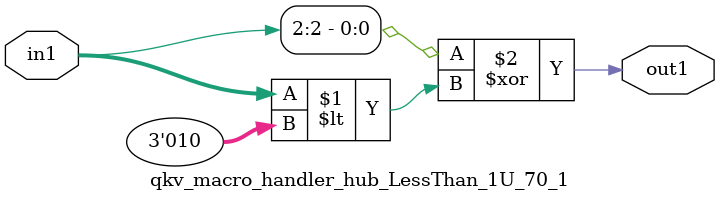
<source format=v>

`timescale 1ps / 1ps


module qkv_macro_handler_hub_LessThan_1U_70_1( in1, out1 );

    input [2:0] in1;
    output out1;

    
    // rtl_process:qkv_macro_handler_hub_LessThan_1U_68_1/qkv_macro_handler_hub_LessThan_1U_68_1_thread_1
    assign out1 = (in1[2] ^ in1 < 3'd2);

endmodule





</source>
